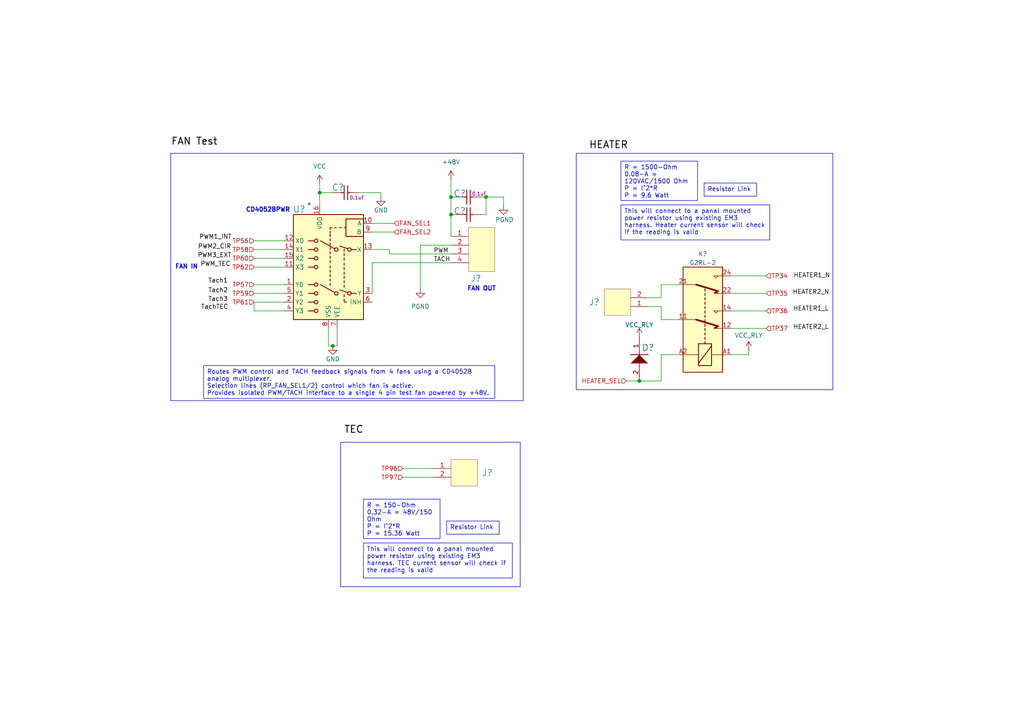
<source format=kicad_sch>
(kicad_sch (version 20231120) (generator "eeschema") (generator_version "8.0")
  (paper "A4")
  (lib_symbols
    (symbol "EXACT_CAP:1-00004"
      (property "Reference" "C" (at 0 0 0))
      (property "Value" "${VALUE}" (at 5.08 0 0))
      (symbol "1-00004_1_0"
        (polyline (pts (xy -1.27 0) (xy -0.508 0)) (stroke (width 0.254)))
        (polyline (pts (xy -0.508 -2.032) (xy -0.508 2.032)) (stroke (width 0.254)))
        (polyline (pts (xy 0.508 2.032) (xy 0.508 -2.032)) (stroke (width 0.254)))
        (polyline (pts (xy 1.27 0) (xy 0.508 0)) (stroke (width 0.254)))
        (pin passive line (at -3.81 0 0) (length 2.54) (name "1") (number "1"))
        (pin passive line (at 3.81 0 180) (length 2.54) (name "2") (number "2"))
      )
    )
    (symbol "EXACT_CAP:1-01209"
      (property "Reference" "C" (at 0 0 0))
      (property "Value" "${VALUE}" (at 5.08 0 0))
      (symbol "1-01209_1_0"
        (polyline (pts (xy -1.27 0) (xy -0.508 0)) (stroke (width 0.254)))
        (polyline (pts (xy -0.508 -2.032) (xy -0.508 2.032)) (stroke (width 0.254)))
        (polyline (pts (xy 0.508 2.032) (xy 0.508 -2.032)) (stroke (width 0.254)))
        (polyline (pts (xy 1.27 0) (xy 0.508 0)) (stroke (width 0.254)))
        (pin passive line (at -3.81 0 0) (length 2.54) (name "1") (number "1"))
        (pin passive line (at 3.81 0 180) (length 2.54) (name "2") (number "2"))
      )
    )
    (symbol "EXACT_CONN:1-01317"
      (property "Reference" "J" (at 2.54 2.54 0))
      (property "Value" "SWR201-NRTN-S04-SA-WH" (at 0.254 15.748 0))
      (symbol "1-01317_1_0"
        (rectangle (start 7.62 2.54) (end 0 -10.16) (stroke (width 0.0254) (color 128 0 0 1)) (fill (type background)))
        (pin passive line (at -5.08 0 0) (length 5.08) (name "1") (number "1"))
        (pin passive line (at -5.08 -2.54 0) (length 5.08) (name "2") (number "2"))
        (pin passive line (at -5.08 -5.08 0) (length 5.08) (name "3") (number "3"))
        (pin passive line (at -5.08 -7.62 0) (length 5.08) (name "4") (number "4"))
      )
    )
    (symbol "EXACT_CONN:1-01320"
      (property "Reference" "J" (at 2.54 2.54 0))
      (symbol "1-01320_1_0"
        (rectangle (start 7.62 2.54) (end 0 -5.08) (stroke (width 0.0254) (color 128 0 0 1)) (fill (type background)))
        (pin passive line (at -5.08 0 0) (length 5.08) (name "1") (number "1"))
        (pin passive line (at -5.08 -2.54 0) (length 5.08) (name "2") (number "2"))
      )
    )
    (symbol "EXACT_DIO:1-00527"
      (property "Reference" "D" (at -1.27 1.27 0))
      (property "EXACT Part Number" "1-00527" (at -5.08 2.54 0))
      (property "Voltage" "75V" (at 1.27 -2.54 0))
      (symbol "1-00527_1_0"
        (polyline (pts (xy 0 2.54) (xy 0 -2.54)) (stroke (width 0.254)))
        (polyline (pts (xy -2.54 -2.54) (xy 0 0) (xy -2.54 2.54) (xy -2.54 -2.54)) (stroke (width -0.0001)) (fill (type outline)))
        (pin passive line (at 5.08 0 180) (length 5.08) (name "A") (number "1"))
        (pin passive line (at -7.62 0 0) (length 5.08) (name "K") (number "2"))
      )
    )
    (symbol "EXACT_IC:CD4052B"
      (property "Reference" "U" (at -1.27 1.27 0))
      (property "Value" "*" (at -1.27 -3.81 0))
      (symbol "CD4052B_0_1"
        (rectangle (start -11.43 7.62) (end -6.35 12.7) (stroke (width 0.254)))
        (rectangle (start -11.43 13.97) (end 8.89 -16.51) (stroke (width 0.254)) (fill (type background)))
        (circle (center -7.366 -8.89) (radius 0.508) (stroke (width 0.254)))
        (circle (center -7.366 3.81) (radius 0.508) (stroke (width 0.254)))
        (circle (center -3.556 -8.89) (radius 0.508) (stroke (width 0.254)))
        (circle (center -3.556 3.81) (radius 0.508) (stroke (width 0.254)))
        (polyline (pts (xy -9.398 -8.89) (xy -7.874 -8.89)) (stroke (width 0.254)))
        (polyline (pts (xy -9.398 3.81) (xy -7.874 3.81)) (stroke (width 0.254)))
        (polyline (pts (xy -6.858 -8.636) (xy -4.572 -7.874)) (stroke (width 0.254)))
        (polyline (pts (xy -6.858 4.064) (xy -4.572 4.826)) (stroke (width 0.254)))
        (polyline (pts (xy -5.842 -11.43) (xy -6.477 -11.43)) (stroke (width 0.254)))
        (polyline (pts (xy -5.842 -11.176) (xy -5.842 -10.541)) (stroke (width 0.254)))
        (polyline (pts (xy -5.842 -9.906) (xy -5.842 -9.271)) (stroke (width 0.254)))
        (polyline (pts (xy -5.842 -7.112) (xy -5.842 -6.477)) (stroke (width 0.254)))
        (polyline (pts (xy -5.842 -5.842) (xy -5.842 -5.207)) (stroke (width 0.254)))
        (polyline (pts (xy -5.842 -4.572) (xy -5.842 -3.937)) (stroke (width 0.254)))
        (polyline (pts (xy -5.842 -3.302) (xy -5.842 -2.667)) (stroke (width 0.254)))
        (polyline (pts (xy -5.842 -2.032) (xy -5.842 -1.397)) (stroke (width 0.254)))
        (polyline (pts (xy -5.842 -0.762) (xy -5.842 -0.127)) (stroke (width 0.254)))
        (polyline (pts (xy -5.842 0.762) (xy -5.842 1.397)) (stroke (width 0.254)))
        (polyline (pts (xy -5.842 2.032) (xy -5.842 2.667)) (stroke (width 0.254)))
        (polyline (pts (xy -5.842 3.302) (xy -5.842 3.937)) (stroke (width 0.254)))
        (polyline (pts (xy -5.842 10.16) (xy -6.35 10.16)) (stroke (width 0.254)))
        (polyline (pts (xy -5.08 10.16) (xy -4.445 10.16)) (stroke (width 0.254)))
        (polyline (pts (xy -3.048 -8.636) (xy 1.016 -6.35)) (stroke (width 0.254)))
        (polyline (pts (xy -3.048 4.064) (xy 1.016 6.35)) (stroke (width 0.254)))
        (polyline (pts (xy -3.048 10.16) (xy -3.556 10.16)) (stroke (width 0.254)))
        (polyline (pts (xy -1.778 -6.604) (xy -1.778 -5.969)) (stroke (width 0.254)))
        (polyline (pts (xy -1.778 -5.334) (xy -1.778 -4.699)) (stroke (width 0.254)))
        (polyline (pts (xy -1.778 -4.064) (xy -1.778 -3.429)) (stroke (width 0.254)))
        (polyline (pts (xy -1.778 -2.794) (xy -1.778 -2.159)) (stroke (width 0.254)))
        (polyline (pts (xy -1.778 -1.524) (xy -1.778 -0.889)) (stroke (width 0.254)))
        (polyline (pts (xy -1.778 0) (xy -1.778 0.635)) (stroke (width 0.254)))
        (polyline (pts (xy -1.778 1.27) (xy -1.778 1.905)) (stroke (width 0.254)))
        (polyline (pts (xy -1.778 2.54) (xy -1.778 3.175)) (stroke (width 0.254)))
        (polyline (pts (xy -1.778 3.81) (xy -1.778 4.445)) (stroke (width 0.254)))
        (polyline (pts (xy -1.778 5.08) (xy -1.778 5.715)) (stroke (width 0.254)))
        (polyline (pts (xy -1.778 6.35) (xy -1.778 6.985)) (stroke (width 0.254)))
        (polyline (pts (xy -1.778 7.62) (xy -1.778 8.128)) (stroke (width 0.254)))
        (polyline (pts (xy -1.778 7.62) (xy -1.778 8.255)) (stroke (width 0.254)))
        (polyline (pts (xy -1.778 8.636) (xy -1.778 9.144)) (stroke (width 0.254)))
        (polyline (pts (xy -1.778 9.652) (xy -1.778 10.16)) (stroke (width 0.254)))
        (polyline (pts (xy -1.778 10.16) (xy -2.286 10.16)) (stroke (width 0.254)))
        (polyline (pts (xy 2.794 -13.97) (xy 4.572 -13.97)) (stroke (width 0.254)))
        (polyline (pts (xy 2.794 -11.43) (xy 4.572 -11.43)) (stroke (width 0.254)))
        (polyline (pts (xy 2.794 -8.89) (xy 4.572 -8.89)) (stroke (width 0.254)))
        (polyline (pts (xy 2.794 -6.35) (xy 4.572 -6.35)) (stroke (width 0.254)))
        (polyline (pts (xy 2.794 -1.27) (xy 4.572 -1.27)) (stroke (width 0.254)))
        (polyline (pts (xy 2.794 1.27) (xy 4.572 1.27)) (stroke (width 0.254)))
        (polyline (pts (xy 2.794 3.81) (xy 4.572 3.81)) (stroke (width 0.254)))
        (polyline (pts (xy 2.794 6.35) (xy 4.572 6.35)) (stroke (width 0.254)))
        (circle (center 2.286 -13.97) (radius 0.508) (stroke (width 0.254)))
        (circle (center 2.286 -11.43) (radius 0.508) (stroke (width 0.254)))
        (circle (center 2.286 -8.89) (radius 0.508) (stroke (width 0.254)))
        (circle (center 2.286 -6.35) (radius 0.508) (stroke (width 0.254)))
        (circle (center 2.286 -1.27) (radius 0.508) (stroke (width 0.254)))
        (circle (center 2.286 1.27) (radius 0.508) (stroke (width 0.254)))
        (circle (center 2.286 3.81) (radius 0.508) (stroke (width 0.254)))
        (circle (center 2.286 6.35) (radius 0.508) (stroke (width 0.254)))
      )
      (symbol "CD4052B_1_1"
        (pin bidirectional line (at 11.43 -6.35 180) (length 2.54) (name "Y0") (number "1"))
        (pin input line (at -13.97 11.43 0) (length 2.54) (name "A") (number "10"))
        (pin bidirectional line (at 11.43 -1.27 180) (length 2.54) (name "X3") (number "11"))
        (pin bidirectional line (at 11.43 6.35 180) (length 2.54) (name "X0") (number "12"))
        (pin bidirectional line (at -13.97 3.81 0) (length 2.54) (name "X") (number "13"))
        (pin bidirectional line (at 11.43 3.81 180) (length 2.54) (name "X1") (number "14"))
        (pin bidirectional line (at 11.43 1.27 180) (length 2.54) (name "X2") (number "15"))
        (pin power_in line (at 1.27 16.51 270) (length 2.54) (name "VDD") (number "16"))
        (pin bidirectional line (at 11.43 -11.43 180) (length 2.54) (name "Y2") (number "2"))
        (pin bidirectional line (at -13.97 -8.89 0) (length 2.54) (name "Y") (number "3"))
        (pin bidirectional line (at 11.43 -13.97 180) (length 2.54) (name "Y3") (number "4"))
        (pin bidirectional line (at 11.43 -8.89 180) (length 2.54) (name "Y1") (number "5"))
        (pin input line (at -13.97 -11.43 0) (length 2.54) (name "INH") (number "6"))
        (pin power_in line (at -3.81 -19.05 90) (length 2.54) (name "VEE") (number "7"))
        (pin power_in line (at -1.27 -19.05 90) (length 2.54) (name "VSS") (number "8"))
        (pin input line (at -13.97 8.89 0) (length 2.54) (name "B") (number "9"))
      )
    )
    (symbol "Relay:G2RL-2"
      (property "Reference" "K?" (at 5.08 -13.97 0))
      (property "Value" "G2RL-2" (at 5.08 -11.43 0))
      (symbol "G2RL-2_0_1"
        (rectangle (start -1.27 20.32) (end 10.16 -10.16) (stroke (width 0.254)) (fill (type background)))
        (polyline (pts (xy 0 15.24) (xy 3.175 15.24)))
        (polyline (pts (xy 2.54 -5.08) (xy 0 -5.08)))
        (polyline (pts (xy 2.54 -5.08) (xy 8.89 -3.175)) (stroke (width 0.508)))
        (polyline (pts (xy 2.54 5.08) (xy 0 5.08)))
        (polyline (pts (xy 2.54 5.08) (xy 8.89 6.985)) (stroke (width 0.508)))
        (polyline (pts (xy 3.175 17.78) (xy 6.985 12.7)) (stroke (width 0.254)))
        (polyline (pts (xy 5.08 -3.175) (xy 5.08 -3.81)) (stroke (width 0.254)))
        (polyline (pts (xy 5.08 -1.905) (xy 5.08 -2.54)) (stroke (width 0.254)))
        (polyline (pts (xy 5.08 -0.635) (xy 5.08 -1.27)) (stroke (width 0.254)))
        (polyline (pts (xy 5.08 0.635) (xy 5.08 0)) (stroke (width 0.254)))
        (polyline (pts (xy 5.08 1.905) (xy 5.08 1.27)) (stroke (width 0.254)))
        (polyline (pts (xy 5.08 3.175) (xy 5.08 2.54)) (stroke (width 0.254)))
        (polyline (pts (xy 5.08 4.445) (xy 5.08 3.81)) (stroke (width 0.254)))
        (polyline (pts (xy 5.08 5.715) (xy 5.08 5.08)) (stroke (width 0.254)))
        (polyline (pts (xy 5.08 6.985) (xy 5.08 6.35)) (stroke (width 0.254)))
        (polyline (pts (xy 5.08 8.255) (xy 5.08 7.62)) (stroke (width 0.254)))
        (polyline (pts (xy 5.08 9.525) (xy 5.08 8.89)) (stroke (width 0.254)))
        (polyline (pts (xy 5.08 10.795) (xy 5.08 10.16)) (stroke (width 0.254)))
        (polyline (pts (xy 5.08 12.065) (xy 5.08 11.43)) (stroke (width 0.254)))
        (polyline (pts (xy 10.16 15.24) (xy 6.985 15.24)))
        (polyline (pts (xy 10.16 -7.62) (xy 7.62 -7.62) (xy 8.255 -6.985) (xy 8.89 -7.62)))
        (polyline (pts (xy 10.16 -2.54) (xy 7.62 -2.54) (xy 8.255 -3.175) (xy 8.89 -2.54)) (fill (type outline)))
        (polyline (pts (xy 10.16 2.54) (xy 7.62 2.54) (xy 8.255 3.175) (xy 8.89 2.54)))
        (polyline (pts (xy 10.16 7.62) (xy 7.62 7.62) (xy 8.255 6.985) (xy 8.89 7.62)) (fill (type outline)))
        (rectangle (start 6.985 18.415) (end 3.175 12.065) (stroke (width 0.254)))
      )
      (symbol "G2RL-2_1_1"
        (pin passive line (at -2.54 5.08 0) (length 2.54) (name "~") (number "11"))
        (pin passive line (at 12.7 7.62 180) (length 2.54) (name "~") (number "12"))
        (pin passive line (at 12.7 2.54 180) (length 2.54) (name "~") (number "14"))
        (pin passive line (at -2.54 -5.08 0) (length 2.54) (name "~") (number "21"))
        (pin passive line (at 12.7 -2.54 180) (length 2.54) (name "~") (number "22"))
        (pin passive line (at 12.7 -7.62 180) (length 2.54) (name "~") (number "24"))
        (pin passive line (at 12.7 15.24 180) (length 2.54) (name "~") (number "A1"))
        (pin passive line (at -2.54 15.24 0) (length 2.54) (name "~") (number "A2"))
      )
    )
    (symbol "power:+1V0" (power) (pin_numbers hide) (pin_names (offset 0) hide)
      (property "Value" "+1V0" (at 0 3.556 0))
      (symbol "+1V0_0_1"
        (polyline (pts (xy -0.762 1.27) (xy 0 2.54)))
        (polyline (pts (xy 0 0) (xy 0 2.54)))
        (polyline (pts (xy 0 2.54) (xy 0.762 1.27)))
      )
      (symbol "+1V0_1_1"
        (pin power_in line (at 0 0 90) (length 0) (name "~") (number "1"))
      )
    )
    (symbol "power:+48V" (power) (pin_numbers hide) (pin_names (offset 0) hide)
      (property "Value" "+48V" (at 0 3.556 0))
      (symbol "+48V_0_1"
        (polyline (pts (xy -0.762 1.27) (xy 0 2.54)))
        (polyline (pts (xy 0 0) (xy 0 2.54)))
        (polyline (pts (xy 0 2.54) (xy 0.762 1.27)))
      )
      (symbol "+48V_1_1"
        (pin power_in line (at 0 0 90) (length 0) (name "~") (number "1"))
      )
    )
    (symbol "power:GND" (power) (pin_numbers hide) (pin_names (offset 0) hide)
      (property "Value" "GND" (at 0 -3.81 0))
      (symbol "GND_0_1"
        (polyline (pts (xy 0 0) (xy 0 -1.27) (xy 1.27 -1.27) (xy 0 -2.54) (xy -1.27 -1.27) (xy 0 -1.27)))
      )
      (symbol "GND_1_1"
        (pin power_in line (at 0 0 270) (length 0) (name "~") (number "1"))
      )
    )
    (symbol "power:VCC" (power) (pin_numbers hide) (pin_names (offset 0) hide)
      (property "Value" "VCC" (at 0 3.556 0))
      (symbol "VCC_0_1"
        (polyline (pts (xy -0.762 1.27) (xy 0 2.54)))
        (polyline (pts (xy 0 0) (xy 0 2.54)))
        (polyline (pts (xy 0 2.54) (xy 0.762 1.27)))
      )
      (symbol "VCC_1_1"
        (pin power_in line (at 0 0 90) (length 0) (name "~") (number "1"))
      )
    )
  )
  (junction (at 92.71 55.88))
  (junction (at 130.81 62.23))
  (junction (at 130.81 57.15))
  (junction (at 185.42 110.49))
  (junction (at 140.97 57.15))
  (junction (at 96.52 100.33))
  (wire (pts (xy 73.66 87.63) (xy 73.66 90.17)))
  (wire (pts (xy 191.77 88.9) (xy 187.96 88.9)))
  (wire (pts (xy 146.05 59.69) (xy 146.05 57.15)))
  (wire (pts (xy 191.77 92.71) (xy 196.85 92.71)))
  (wire (pts (xy 140.97 62.23) (xy 140.97 57.15)))
  (wire (pts (xy 185.42 110.49) (xy 191.77 110.49)))
  (wire (pts (xy 73.66 69.85) (xy 82.55 69.85)))
  (wire (pts (xy 97.79 95.25) (xy 97.79 100.33)))
  (wire (pts (xy 73.66 82.55) (xy 82.55 82.55)))
  (wire (pts (xy 73.66 87.63) (xy 82.55 87.63)))
  (wire (pts (xy 130.81 71.12) (xy 121.92 71.12)))
  (wire (pts (xy 113.03 73.66) (xy 130.81 73.66)))
  (wire (pts (xy 140.97 57.15) (xy 139.7 57.15)))
  (wire (pts (xy 107.95 85.09) (xy 107.95 76.2)))
  (wire (pts (xy 191.77 88.9) (xy 191.77 92.71)))
  (wire (pts (xy 96.52 55.88) (xy 92.71 55.88)))
  (wire (pts (xy 73.66 74.93) (xy 82.55 74.93)))
  (wire (pts (xy 196.85 82.55) (xy 191.77 82.55)))
  (wire (pts (xy 113.03 72.39) (xy 113.03 73.66)))
  (wire (pts (xy 107.95 72.39) (xy 113.03 72.39)))
  (wire (pts (xy 96.52 100.33) (xy 97.79 100.33)))
  (wire (pts (xy 104.14 55.88) (xy 110.49 55.88)))
  (wire (pts (xy 121.92 71.12) (xy 121.92 83.82)))
  (wire (pts (xy 191.77 82.55) (xy 191.77 86.36)))
  (wire (pts (xy 212.09 85.09) (xy 222.25 85.09)))
  (wire (pts (xy 107.95 67.31) (xy 114.3 67.31)))
  (wire (pts (xy 110.49 55.88) (xy 110.49 57.15)))
  (wire (pts (xy 73.66 85.09) (xy 82.55 85.09)))
  (wire (pts (xy 191.77 102.87) (xy 196.85 102.87)))
  (wire (pts (xy 217.17 101.6) (xy 217.17 102.87)))
  (wire (pts (xy 95.25 100.33) (xy 96.52 100.33)))
  (wire (pts (xy 92.71 55.88) (xy 92.71 59.69)))
  (wire (pts (xy 130.81 57.15) (xy 130.81 62.23)))
  (wire (pts (xy 212.09 80.01) (xy 222.25 80.01)))
  (wire (pts (xy 73.66 90.17) (xy 82.55 90.17)))
  (wire (pts (xy 107.95 64.77) (xy 114.3 64.77)))
  (wire (pts (xy 191.77 110.49) (xy 191.77 102.87)))
  (wire (pts (xy 132.08 62.23) (xy 130.81 62.23)))
  (wire (pts (xy 139.7 62.23) (xy 140.97 62.23)))
  (wire (pts (xy 73.66 77.47) (xy 82.55 77.47)))
  (wire (pts (xy 130.81 62.23) (xy 130.81 68.58)))
  (wire (pts (xy 116.84 135.89) (xy 125.73 135.89)))
  (wire (pts (xy 212.09 102.87) (xy 217.17 102.87)))
  (wire (pts (xy 92.71 53.34) (xy 92.71 55.88)))
  (wire (pts (xy 212.09 90.17) (xy 222.25 90.17)))
  (wire (pts (xy 212.09 95.25) (xy 222.25 95.25)))
  (wire (pts (xy 73.66 72.39) (xy 82.55 72.39)))
  (wire (pts (xy 191.77 86.36) (xy 187.96 86.36)))
  (wire (pts (xy 116.84 138.43) (xy 125.73 138.43)))
  (wire (pts (xy 132.08 57.15) (xy 130.81 57.15)))
  (wire (pts (xy 107.95 76.2) (xy 130.81 76.2)))
  (wire (pts (xy 130.81 52.07) (xy 130.81 57.15)))
  (wire (pts (xy 181.61 110.49) (xy 185.42 110.49)))
  (wire (pts (xy 146.05 57.15) (xy 140.97 57.15)))
  (wire (pts (xy 95.25 95.25) (xy 95.25 100.33)))
  (rectangle (start 98.806 128.27) (end 150.876 170.18))
  (rectangle (start 167.132 44.45) (end 241.554 113.03))
  (rectangle (start 49.53 44.45) (end 151.765 116.205))
  (text_box "This will connect to a panal mounted power resistor using existing EM3 harness. TEC current sensor will check if the reading is valid " (at 105.41 157.48 0) (size 43.18 10.16) (effects (font (size 1.27 1.27)) (justify left top)))
  (text_box "Routes PWM control and TACH feedback signals from 4 fans using a CD4052B analog multiplexer.\nSelection lines (RP_FAN_SEL1/2) control which fan is active.\nProvides isolated PWM/TACH interface to a single 4 pin test fan powered by +48V.\n\n" (at 59.055 106.045 0) (size 84.455 9.525) (effects (font (size 1.27 1.27) (thickness 0.1588)) (justify left top)))
  (text_box "Resistor Link" (at 204.216 53.086 0) (size 15.24 3.81) (effects (font (size 1.27 1.27)) (justify left top)))
  (text_box "R = 150-Ohm\n0.32-A = 48V/150 Ohm\nP = I^2*R\nP = 15.36 Watt\n\n\n" (at 105.41 144.78 0) (size 22.225 11.43) (effects (font (size 1.27 1.27) (thickness 0.1588)) (justify left top)))
  (text_box "Resistor Link" (at 129.54 151.13 0) (size 15.24 3.81) (effects (font (size 1.27 1.27)) (justify left top)))
  (text_box "R = 1500-Ohm\n0.08-A = 120VAC/1500 Ohm\nP = I^2*R\nP = 9.6 Watt\n\n\n" (at 180.086 46.736 0) (size 22.225 11.43) (effects (font (size 1.27 1.27) (thickness 0.1588)) (justify left top)))
  (text_box "This will connect to a panal mounted power resistor using existing EM3 harness. Heater current sensor will check if the reading is valid " (at 180.086 59.436 0) (size 43.18 10.16) (effects (font (size 1.27 1.27)) (justify left top)))
  (text "Tach3" (at 63.246 86.868 0) (effects (font (size 1.27 1.27) (thickness 0.1588))))
  (text "HEATER" (at 176.53 42.164 0) (effects (font (size 2.032 2.032) (thickness 0.254))))
  (text "PWM3_EXT\n" (at 62.23 74.168 0) (effects (font (size 1.27 1.27) (thickness 0.1588))))
  (text "Tach1" (at 63.246 81.534 0) (effects (font (size 1.27 1.27) (thickness 0.1588))))
  (text "HEATER1_N" (at 235.458 80.01 0) (effects (font (size 1.27 1.27))))
  (text "PWM2_CIR\n\n" (at 62.23 72.644 0) (effects (font (size 1.27 1.27) (thickness 0.1588))))
  (text "PWM_TEC\n\n" (at 62.484 77.724 0) (effects (font (size 1.27 1.27) (thickness 0.1588))))
  (text "HEATER2_N" (at 235.204 84.836 0) (effects (font (size 1.27 1.27))))
  (text "CD4052BPWR" (at 77.724 60.96 0) (effects (font (size 1.27 1.27) (thickness 0.254) (bold yes))))
  (text "Tach2" (at 63.246 84.328 0) (effects (font (size 1.27 1.27) (thickness 0.1588))))
  (text "PWM1_INT\n" (at 62.484 68.834 0) (effects (font (size 1.27 1.27) (thickness 0.1588))))
  (text "TachTEC" (at 62.23 89.154 0) (effects (font (size 1.27 1.27) (thickness 0.1588))))
  (text "HEATER2_L" (at 235.204 94.996 0) (effects (font (size 1.27 1.27))))
  (text "TEC\n" (at 102.616 124.714 0) (effects (font (size 2.032 2.032) (thickness 0.254))))
  (text "FAN Test" (at 56.388 41.148 0) (effects (font (size 2.032 2.032) (thickness 0.254))))
  (text "FAN IN\n" (at 54.102 77.47 0) (effects (font (size 1.27 1.27) (thickness 0.254) (bold yes))))
  (text "HEATER1_L" (at 235.204 89.662 0) (effects (font (size 1.27 1.27))))
  (text "FAN OUT\n" (at 139.7 83.82 0) (effects (font (size 1.27 1.27) (thickness 0.254) (bold yes))))
  (label "TACH" (at 125.73 76.2 0) (effects (font (thickness 0.1588))))
  (label "PWM" (at 125.73 73.66 0) (effects (font (thickness 0.1588))))
  (hierarchical_label "TP35" (shape input) (at 222.25 85.09 0))
  (hierarchical_label "TP96" (shape input) (at 116.84 135.89 180))
  (hierarchical_label "HEATER_SEL" (shape input) (at 181.61 110.49 180))
  (hierarchical_label "TP34" (shape input) (at 222.25 80.01 0))
  (hierarchical_label "TP60" (shape input) (at 73.66 74.93 180) (effects (font (thickness 0.1588))))
  (hierarchical_label "TP56" (shape input) (at 73.66 69.85 180) (effects (font (thickness 0.1588))))
  (hierarchical_label "TP62" (shape input) (at 73.66 77.47 180) (effects (font (thickness 0.1588))))
  (hierarchical_label "TP97" (shape input) (at 116.84 138.43 180))
  (hierarchical_label "TP59" (shape input) (at 73.66 85.09 180) (effects (font (thickness 0.1588))))
  (hierarchical_label "TP57" (shape input) (at 73.66 82.55 180) (effects (font (thickness 0.1588))))
  (hierarchical_label "TP37" (shape input) (at 222.25 95.25 0))
  (hierarchical_label "TP58" (shape input) (at 73.66 72.39 180) (effects (font (thickness 0.1588))))
  (hierarchical_label "TP61" (shape input) (at 73.66 87.63 180) (effects (font (thickness 0.1588))))
  (hierarchical_label "FAN_SEL1" (shape input) (at 114.3 64.77 0))
  (hierarchical_label "TP36" (shape input) (at 222.25 90.17 0))
  (hierarchical_label "FAN_SEL2" (shape input) (at 114.3 67.31 0))
  (symbol (lib_id "power:VCC") (at 92.71 53.34 0) (unit 1)
    (property "Reference" "#PWR01" (effects (hide yes)))
    (property "Value" "VCC" (at 92.71 48.26 0))
    (property "Description" "Power symbol creates a global label with name \"VCC\"" (effects (hide yes)))
  )
  (symbol (lib_id "power:GND") (at 110.49 57.15 0) (unit 1)
    (property "Reference" "#PWR03" (effects (hide yes)))
    (property "Value" "GND" (at 110.49 60.96 0))
    (property "Description" "Power symbol creates a global label with name \"GND\" , ground" (effects (hide yes)))
  )
  (symbol (lib_id "Relay:G2RL-2") (at 199.39 87.63 0) (mirror x) (unit 1)
    (property "Reference" "K?" (at 203.835 73.66 0))
    (property "Value" "G2RL-2" (at 203.835 76.2 0))
    (property "Footprint" "Relay_THT:Relay_DPDT_Omron_G2RL-2" (effects (hide yes)))
    (property "Datasheet" "https://omronfs.omron.com/en_US/ecb/products/pdf/en-g2rl.pdf" (effects (hide yes)))
    (property "Description" "General Purpose Low Profile Relay DPDT Through Hole, Omron G2RL series, 8A 250VAC" (effects (hide yes)))
  )
  (symbol (lib_id "EXACT_CAP:1-00004") (at 135.89 57.15 180) (unit 1)
    (property "Reference" "C?" (at 133.35 56.134 0) (effects (font (size 1.8288 1.8288))))
    (property "Value" "${VALUE}" (effects (hide yes)))
    (property "Footprint" "CAP:CAP_0603" (effects (hide yes)))
    (property "Description" "CAP CER 0.1UF 50V X7R 0603" (effects (hide yes)))
    (property "Vendor" "Digi-Key" (effects (hide yes)))
    (property "Vendor Part Number" "478-5778-1-ND" (effects (hide yes)))
    (property "Manufacturer" "AVX Corporation" (effects (hide yes)))
    (property "Manufacturer Part Number" "06035C104JAT2A" (effects (hide yes)))
    (property "ALTIUM_VALUE" "0.1uF" (at 141.224 55.626 0) (effects (font (size 1.016 1.016)) (justify left bottom)))
    (property "EXACT Part Number" "1-00004" (effects (hide yes)))
    (property "Package" "0603" (effects (hide yes)))
    (property "Voltage" "50V" (effects (hide yes)))
    (property "Dielectric" "X7R" (effects (hide yes)))
  )
  (symbol (lib_id "EXACT_CAP:1-00004") (at 100.33 55.88 0) (unit 1)
    (property "Reference" "C?" (at 98.044 54.356 0) (effects (font (size 1.8288 1.8288))))
    (property "Value" "${VALUE}" (effects (hide yes)))
    (property "Footprint" "CAP:CAP_0603" (effects (hide yes)))
    (property "Description" "CAP CER 0.1UF 50V X7R 0603" (effects (hide yes)))
    (property "Vendor" "Digi-Key" (effects (hide yes)))
    (property "Vendor Part Number" "478-5778-1-ND" (effects (hide yes)))
    (property "Manufacturer" "AVX Corporation" (effects (hide yes)))
    (property "Manufacturer Part Number" "06035C104JAT2A" (effects (hide yes)))
    (property "ALTIUM_VALUE" "0.1uF" (at 101.346 57.912 0) (effects (font (size 1.016 1.016)) (justify left bottom)))
    (property "EXACT Part Number" "1-00004" (effects (hide yes)))
    (property "Package" "0603" (effects (hide yes)))
    (property "Voltage" "50V" (effects (hide yes)))
    (property "Dielectric" "X7R" (effects (hide yes)))
  )
  (symbol (lib_id "EXACT_CAP:1-01209") (at 135.89 62.23 0) (unit 1)
    (property "Reference" "C?" (at 133.35 61.214 0) (effects (font (size 1.8288 1.8288))))
    (property "Value" "${VALUE}" (effects (hide yes)))
    (property "Footprint" "CAP:CAP_1210" (effects (hide yes)))
    (property "Description" "CAP CER 2.2UF 100V X7R 1210" (effects (hide yes)))
    (property "Vendor" "Digi-Key" (effects (hide yes)))
    (property "Vendor Part Number" "1276-3362-1-ND" (effects (hide yes)))
    (property "Manufacturer" "Samsung Electro-Mechanics" (effects (hide yes)))
    (property "Manufacturer Part Number" "CL32B225KCJSNNE" (effects (hide yes)))
    (property "ALTIUM_VALUE" "2.2uF" (effects (hide yes)))
    (property "EXACT Part Number" "1-01209" (effects (hide yes)))
    (property "Package" "1210" (effects (hide yes)))
    (property "Voltage" "100V" (effects (hide yes)))
    (property "Dielectric" "X7R" (effects (hide yes)))
  )
  (symbol (lib_id "EXACT_DIO:1-00527") (at 185.42 102.87 270) (mirror x) (unit 1)
    (property "Reference" "D?" (at 187.96 100.838 90) (effects (font (size 1.8288 1.8288))))
    (property "Value" "${VALUE}" (effects (hide yes)))
    (property "Footprint" "DIO:SOD323" (effects (hide yes)))
    (property "Description" "DIODE GEN PURP 75V 150MA SOD323" (effects (hide yes)))
    (property "Manufacturer" "Micro Commercial Co" (effects (hide yes)))
    (property "Manufacturer Part Number" "1N4148WX-TP" (effects (hide yes)))
    (property "Vendor" "Digi-Key" (effects (hide yes)))
    (property "Vendor Part Number" "1N4148WX-TP" (effects (hide yes)))
    (property "Package" "SOD323" (effects (hide yes)))
    (property "ALTIUM_VALUE" "1N4148WX-TP" (effects (hide yes)))
    (property "Current" "150mA" (effects (hide yes)))
    (property "EXACT Part Number" "1-00527" (effects (hide yes)))
    (property "Voltage" "75V" (effects (hide yes)))
  )
  (symbol (lib_id "power:GND") (at 146.05 59.69 0) (unit 1)
    (property "Reference" "#PWR05" (effects (hide yes)))
    (property "Value" "PGND" (at 146.304 63.754 0))
    (property "Description" "Power symbol creates a global label with name \"GND\" , ground" (effects (hide yes)))
  )
  (symbol (lib_id "EXACT_CONN:1-01320") (at 182.88 88.9 180) (unit 1)
    (property "Reference" "J?" (at 173.99 87.6301 0) (effects (font (size 1.8288 1.8288)) (justify left)))
    (property "Value" "1-01320" (effects (hide yes)))
    (property "Footprint" "CONN:TE_640454-2" (effects (hide yes)))
    (property "Description" "VERT HEADER 5.70MM 2 POS" (effects (hide yes)))
    (property "ALTIUM_VALUE" "*" (effects (hide yes)))
    (property "EXACT Part Number" "1-01320" (effects (hide yes)))
    (property "Manufacturer" "Cvilux USA" (effects (hide yes)))
    (property "Manufacturer Part Number" "CP6002P1V00-NH" (effects (hide yes)))
    (property "Package" "*" (effects (hide yes)))
    (property "Vendor" "Digi-key" (effects (hide yes)))
    (property "Vendor Part Number" "2987-CP6002P1V00-NH-ND" (effects (hide yes)))
  )
  (symbol (lib_id "power:+1V0") (at 185.42 97.79 0) (mirror y) (unit 1)
    (property "Reference" "#PWR021" (effects (hide yes)))
    (property "Value" "VCC_RLY" (at 185.42 94.234 0))
    (property "Description" "Power symbol creates a global label with name \"+1V0\"" (effects (hide yes)))
  )
  (symbol (lib_id "EXACT_IC:CD4052B") (at 93.98 76.2 0) (mirror y) (unit 1)
    (property "Reference" "U?" (at 88.646 60.706 0) (effects (font (size 1.8288 1.8288)) (justify left)))
    (property "Value" "*" (at 90.5159 59.69 0) (effects (font (size 1.8288 1.8288)) (justify left)))
    (property "Footprint" "Package_SO:SOIC-16W_5.3x10.2mm_P1.27mm" (effects (hide yes)))
    (property "Datasheet" "https://www.ti.com/lit/ds/symlink/cd4053b.pdf?ts=1747899544757&ref_url=https%253A%252F%252Fwww.mouser.co.uk%252F" (effects (hide yes)))
    (property "Description" "IC SWITCH SP4TX2 240OHM 16TSSOP" (effects (hide yes)))
    (property "Manufacturer Part Number" "CD4052BPWR" (effects (hide yes)))
    (property "Manufacturer" "TI" (effects (hide yes)))
    (property "EXACT Part Number" "*" (effects (hide yes)))
    (property "Vendor" "Digikey" (effects (hide yes)))
    (property "Vendor Part Number" "296-14273-2-ND" (effects (hide yes)))
    (property "Package" "*" (effects (hide yes)))
    (property "ALTIUM_VALUE" "*" (effects (hide yes)))
  )
  (symbol (lib_id "power:+1V0") (at 217.17 101.6 0) (mirror y) (unit 1)
    (property "Reference" "#PWR020" (effects (hide yes)))
    (property "Value" "VCC_RLY" (at 217.17 97.282 0))
    (property "Description" "Power symbol creates a global label with name \"+1V0\"" (effects (hide yes)))
  )
  (symbol (lib_id "EXACT_CONN:1-01317") (at 135.89 68.58 0) (unit 1)
    (property "Reference" "J?" (at 136.398 80.772 0) (effects (font (size 1.8288 1.8288)) (justify left)))
    (property "Value" "SWR201-NRTN-S04-SA-WH" (effects (hide yes)))
    (property "Footprint" "CONN:4POS 2MM JSY" (effects (hide yes)))
    (property "Description" "CONN HEADER VERT 4POS 2MM" (effects (hide yes)))
    (property "ALTIUM_VALUE" "SWR201-NRTN-S04-SA-WH" (effects (hide yes)))
    (property "EXACT Part Number" "1-01317" (effects (hide yes)))
    (property "Manufacturer" "Sullins Connector Solutions" (effects (hide yes)))
    (property "Manufacturer Part Number" "SWR201-NRTN-S04-SA-WH" (effects (hide yes)))
    (property "Package" "*" (effects (hide yes)))
    (property "Vendor" "Digi-key" (effects (hide yes)))
    (property "Vendor Part Number" "S9457-ND" (effects (hide yes)))
  )
  (symbol (lib_id "power:+48V") (at 130.81 52.07 0) (unit 1)
    (property "Reference" "#PWR023" (effects (hide yes)))
    (property "Value" "+48V" (at 130.81 46.99 0))
    (property "Description" "Power symbol creates a global label with name \"+48V\"" (effects (hide yes)))
  )
  (symbol (lib_id "EXACT_CONN:1-01320") (at 130.81 135.89 0) (unit 1)
    (property "Reference" "J?" (at 139.7 137.1599 0) (effects (font (size 1.8288 1.8288)) (justify left)))
    (property "Value" "1-01320" (effects (hide yes)))
    (property "Footprint" "CONN:TE_640454-2" (effects (hide yes)))
    (property "Description" "VERT HEADER 5.70MM 2 POS" (effects (hide yes)))
    (property "ALTIUM_VALUE" "*" (effects (hide yes)))
    (property "EXACT Part Number" "1-01320" (effects (hide yes)))
    (property "Manufacturer" "Cvilux USA" (effects (hide yes)))
    (property "Manufacturer Part Number" "CP6002P1V00-NH" (effects (hide yes)))
    (property "Package" "*" (effects (hide yes)))
    (property "Vendor" "Digi-key" (effects (hide yes)))
    (property "Vendor Part Number" "2987-CP6002P1V00-NH-ND" (effects (hide yes)))
  )
  (symbol (lib_id "power:GND") (at 121.92 83.82 0) (unit 1)
    (property "Reference" "#PWR04" (effects (hide yes)))
    (property "Value" "PGND" (at 121.92 88.9 0))
    (property "Description" "Power symbol creates a global label with name \"GND\" , ground" (effects (hide yes)))
  )
  (symbol (lib_id "power:GND") (at 96.52 100.33 0) (unit 1)
    (property "Reference" "#PWR02" (effects (hide yes)))
    (property "Value" "GND" (at 96.52 104.14 0))
    (property "Description" "Power symbol creates a global label with name \"GND\" , ground" (effects (hide yes)))
  )
)
</source>
